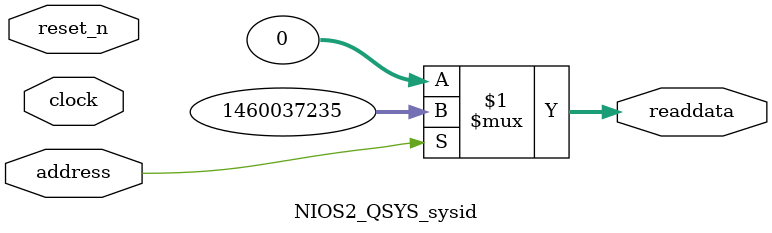
<source format=v>



// synthesis translate_off
`timescale 1ns / 1ps
// synthesis translate_on

// turn off superfluous verilog processor warnings 
// altera message_level Level1 
// altera message_off 10034 10035 10036 10037 10230 10240 10030 

module NIOS2_QSYS_sysid (
               // inputs:
                address,
                clock,
                reset_n,

               // outputs:
                readdata
             )
;

  output  [ 31: 0] readdata;
  input            address;
  input            clock;
  input            reset_n;

  wire    [ 31: 0] readdata;
  //control_slave, which is an e_avalon_slave
  assign readdata = address ? 1460037235 : 0;

endmodule




</source>
